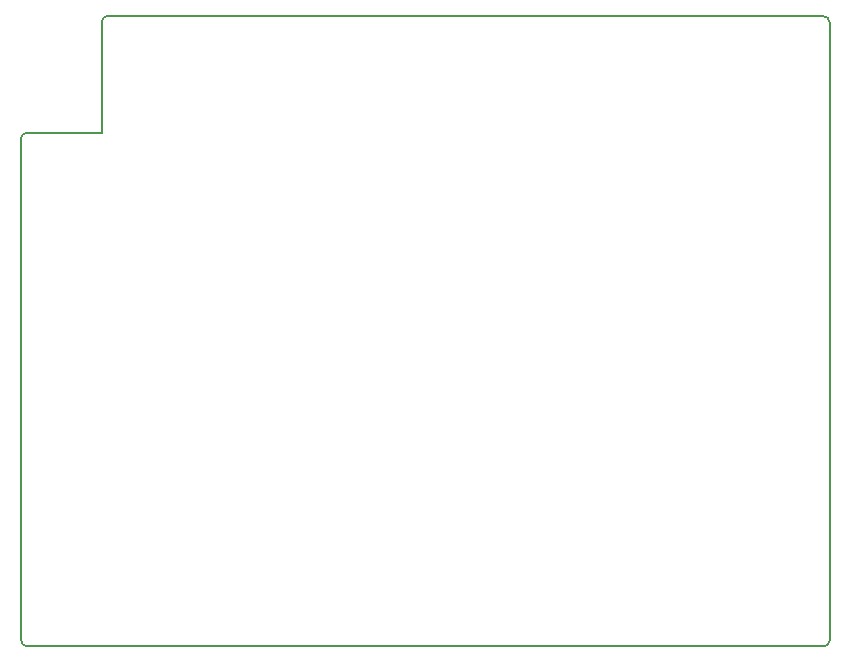
<source format=gbr>
%TF.GenerationSoftware,KiCad,Pcbnew,7.0.10*%
%TF.CreationDate,2024-09-09T18:41:45-04:00*%
%TF.ProjectId,Shield,53686965-6c64-42e6-9b69-6361645f7063,rev?*%
%TF.SameCoordinates,Original*%
%TF.FileFunction,Profile,NP*%
%FSLAX46Y46*%
G04 Gerber Fmt 4.6, Leading zero omitted, Abs format (unit mm)*
G04 Created by KiCad (PCBNEW 7.0.10) date 2024-09-09 18:41:45*
%MOMM*%
%LPD*%
G01*
G04 APERTURE LIST*
%TA.AperFunction,Profile*%
%ADD10C,0.150000*%
%TD*%
G04 APERTURE END LIST*
D10*
X167945000Y-46787000D02*
X166167000Y-46787000D01*
X107239000Y-46787000D02*
X166167000Y-46787000D01*
X107239000Y-46787000D02*
G75*
G03*
X106858000Y-47168000I0J-381000D01*
G01*
X100000000Y-57074000D02*
X100000000Y-99619000D01*
X166040000Y-100127000D02*
X167945000Y-100127000D01*
X100508000Y-100127000D02*
X166040000Y-100127000D01*
X168453000Y-99619000D02*
X168453000Y-47295000D01*
X100381000Y-56693000D02*
G75*
G03*
X100000000Y-57074000I0J-381000D01*
G01*
X106858000Y-56693000D02*
X106858000Y-47168000D01*
X100381000Y-56693000D02*
X106858000Y-56693000D01*
X167945000Y-100127000D02*
G75*
G03*
X168453000Y-99619000I0J508000D01*
G01*
X168453000Y-47295000D02*
G75*
G03*
X167945000Y-46787000I-508000J0D01*
G01*
X100000000Y-99619000D02*
G75*
G03*
X100508000Y-100127000I508000J0D01*
G01*
M02*

</source>
